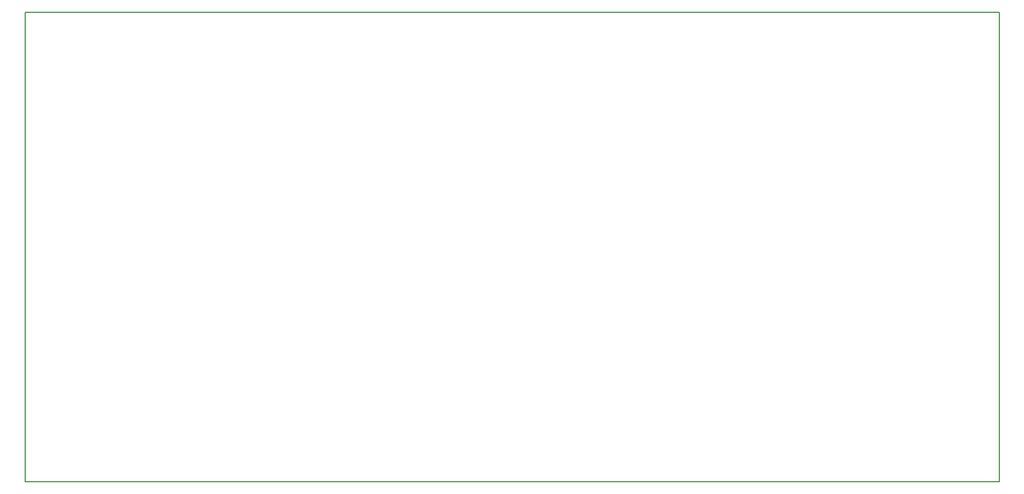
<source format=gbr>
G04 #@! TF.FileFunction,Other,User*
%FSLAX46Y46*%
G04 Gerber Fmt 4.6, Leading zero omitted, Abs format (unit mm)*
G04 Created by KiCad (PCBNEW no-vcs-found-product) date Tue Sep  6 23:30:38 2016*
%MOMM*%
%LPD*%
G01*
G04 APERTURE LIST*
%ADD10C,0.100000*%
%ADD11C,0.200000*%
G04 APERTURE END LIST*
D10*
D11*
X226060000Y-66040000D02*
X226060000Y-137160000D01*
X78740000Y-137160000D02*
X78740000Y-66040000D01*
X226060000Y-137160000D02*
X78740000Y-137160000D01*
X78740000Y-66040000D02*
X226060000Y-66040000D01*
M02*

</source>
